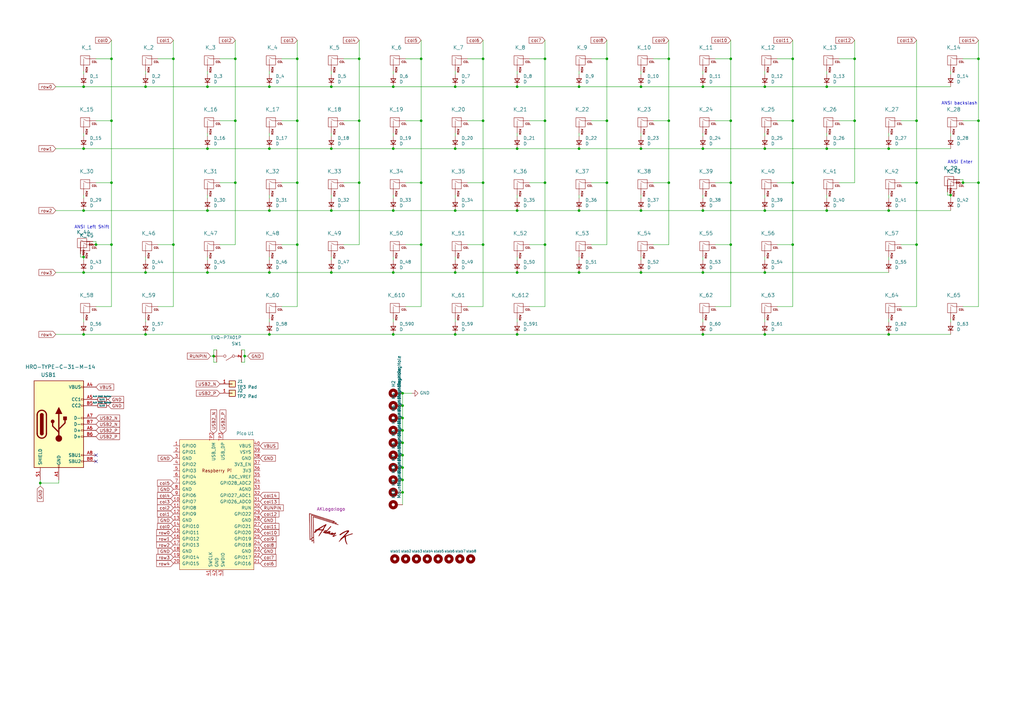
<source format=kicad_sch>
(kicad_sch (version 20211123) (generator eeschema)
  (paper "A3")
  (junction (at 85.09 111.76))
  (junction (at 401.32 74.93))
  (junction (at 299.72 74.93))
  (junction (at 198.12 74.93))
  (junction (at 172.72 49.53))
  (junction (at 198.12 49.53))
  (junction (at 147.32 74.93))
  (junction (at 313.69 86.36))
  (junction (at 165.1 166.37))
  (junction (at 121.92 24.13))
  (junction (at 59.69 35.56))
  (junction (at 375.92 74.93))
  (junction (at 147.32 24.13))
  (junction (at 121.92 49.53))
  (junction (at 339.09 60.96))
  (junction (at 135.89 86.36))
  (junction (at 198.12 100.33))
  (junction (at 161.29 35.56))
  (junction (at 389.89 80.01))
  (junction (at 339.09 86.36))
  (junction (at 350.52 49.53))
  (junction (at 288.29 60.96))
  (junction (at 237.49 35.56))
  (junction (at 212.09 137.16))
  (junction (at 223.52 100.33))
  (junction (at 375.92 49.53))
  (junction (at 401.32 49.53))
  (junction (at 135.89 111.76))
  (junction (at 288.29 35.56))
  (junction (at 96.52 49.53))
  (junction (at 161.29 111.76))
  (junction (at 186.69 35.56))
  (junction (at 248.92 74.93))
  (junction (at 59.69 111.76))
  (junction (at 165.1 196.85))
  (junction (at 45.72 74.93))
  (junction (at 186.69 60.96))
  (junction (at 299.72 49.53))
  (junction (at 212.09 86.36))
  (junction (at 34.29 86.36))
  (junction (at 135.89 60.96))
  (junction (at 165.1 176.53))
  (junction (at 165.1 171.45))
  (junction (at 110.49 60.96))
  (junction (at 165.1 161.29))
  (junction (at 186.69 86.36))
  (junction (at 172.72 74.93))
  (junction (at 198.12 24.13))
  (junction (at 288.29 111.76))
  (junction (at 161.29 137.16))
  (junction (at 248.92 49.53))
  (junction (at 288.29 137.16))
  (junction (at 299.72 24.13))
  (junction (at 299.72 100.33))
  (junction (at 325.12 24.13))
  (junction (at 401.32 24.13))
  (junction (at 71.12 24.13))
  (junction (at 262.89 111.76))
  (junction (at 34.29 137.16))
  (junction (at 110.49 111.76))
  (junction (at 274.32 24.13))
  (junction (at 110.49 35.56))
  (junction (at 100.33 146.05))
  (junction (at 262.89 60.96))
  (junction (at 262.89 86.36))
  (junction (at 71.12 100.33))
  (junction (at 237.49 60.96))
  (junction (at 364.49 137.16))
  (junction (at 87.63 146.05))
  (junction (at 110.49 137.16))
  (junction (at 223.52 24.13))
  (junction (at 34.29 105.41))
  (junction (at 212.09 35.56))
  (junction (at 85.09 86.36))
  (junction (at 212.09 111.76))
  (junction (at 110.49 86.36))
  (junction (at 34.29 35.56))
  (junction (at 96.52 24.13))
  (junction (at 325.12 74.93))
  (junction (at 262.89 35.56))
  (junction (at 16.51 198.12))
  (junction (at 288.29 86.36))
  (junction (at 223.52 74.93))
  (junction (at 325.12 100.33))
  (junction (at 248.92 24.13))
  (junction (at 172.72 24.13))
  (junction (at 161.29 60.96))
  (junction (at 350.52 24.13))
  (junction (at 165.1 186.69))
  (junction (at 364.49 86.36))
  (junction (at 394.97 74.93))
  (junction (at 237.49 86.36))
  (junction (at 186.69 137.16))
  (junction (at 85.09 60.96))
  (junction (at 339.09 35.56))
  (junction (at 45.72 24.13))
  (junction (at 45.72 100.33))
  (junction (at 34.29 60.96))
  (junction (at 223.52 49.53))
  (junction (at 45.72 49.53))
  (junction (at 313.69 111.76))
  (junction (at 364.49 60.96))
  (junction (at 165.1 181.61))
  (junction (at 325.12 49.53))
  (junction (at 274.32 74.93))
  (junction (at 96.52 74.93))
  (junction (at 135.89 35.56))
  (junction (at 237.49 111.76))
  (junction (at 313.69 137.16))
  (junction (at 165.1 201.93))
  (junction (at 121.92 74.93))
  (junction (at 121.92 100.33))
  (junction (at 165.1 191.77))
  (junction (at 313.69 35.56))
  (junction (at 161.29 86.36))
  (junction (at 59.69 137.16))
  (junction (at 172.72 100.33))
  (junction (at 85.09 35.56))
  (junction (at 39.37 100.33))
  (junction (at 375.92 100.33))
  (junction (at 186.69 111.76))
  (junction (at 274.32 49.53))
  (junction (at 212.09 60.96))
  (junction (at 147.32 49.53))
  (junction (at 313.69 60.96))
  (junction (at 34.29 111.76))
  (no_connect (at 39.37 189.23))
  (no_connect (at 39.37 186.69))
  (wire (pts (xy 110.49 29.21) (xy 110.49 30.48)))
  (wire (pts (xy 350.52 24.13) (xy 350.52 49.53)))
  (wire (pts (xy 96.52 100.33) (xy 96.52 74.93)))
  (wire (pts (xy 34.29 105.41) (xy 34.29 106.68)))
  (wire (pts (xy 223.52 74.93) (xy 223.52 49.53)))
  (wire (pts (xy 99.06 143.51) (xy 100.33 143.51)))
  (wire (pts (xy 110.49 35.56) (xy 135.89 35.56)))
  (wire (pts (xy 288.29 111.76) (xy 313.69 111.76)))
  (wire (pts (xy 293.37 74.93) (xy 299.72 74.93)))
  (wire (pts (xy 22.86 137.16) (xy 34.29 137.16)))
  (wire (pts (xy 59.69 105.41) (xy 59.69 106.68)))
  (wire (pts (xy 115.57 24.13) (xy 121.92 24.13)))
  (wire (pts (xy 248.92 74.93) (xy 248.92 49.53)))
  (wire (pts (xy 369.57 100.33) (xy 375.92 100.33)))
  (wire (pts (xy 110.49 86.36) (xy 135.89 86.36)))
  (wire (pts (xy 166.37 125.73) (xy 172.72 125.73)))
  (wire (pts (xy 115.57 49.53) (xy 121.92 49.53)))
  (wire (pts (xy 248.92 100.33) (xy 248.92 74.93)))
  (wire (pts (xy 242.57 100.33) (xy 248.92 100.33)))
  (wire (pts (xy 96.52 24.13) (xy 96.52 49.53)))
  (wire (pts (xy 318.77 49.53) (xy 325.12 49.53)))
  (wire (pts (xy 401.32 24.13) (xy 401.32 49.53)))
  (wire (pts (xy 394.97 125.73) (xy 401.32 125.73)))
  (wire (pts (xy 364.49 86.36) (xy 389.89 86.36)))
  (wire (pts (xy 85.09 54.61) (xy 85.09 55.88)))
  (wire (pts (xy 288.29 35.56) (xy 313.69 35.56)))
  (wire (pts (xy 110.49 54.61) (xy 110.49 55.88)))
  (wire (pts (xy 212.09 60.96) (xy 237.49 60.96)))
  (wire (pts (xy 34.29 35.56) (xy 59.69 35.56)))
  (wire (pts (xy 96.52 16.51) (xy 96.52 24.13)))
  (wire (pts (xy 262.89 54.61) (xy 262.89 55.88)))
  (wire (pts (xy 87.63 146.05) (xy 87.63 143.51)))
  (wire (pts (xy 274.32 24.13) (xy 274.32 49.53)))
  (wire (pts (xy 339.09 80.01) (xy 339.09 81.28)))
  (wire (pts (xy 288.29 60.96) (xy 313.69 60.96)))
  (wire (pts (xy 394.97 73.66) (xy 394.97 74.93)))
  (wire (pts (xy 198.12 125.73) (xy 198.12 100.33)))
  (wire (pts (xy 237.49 105.41) (xy 237.49 106.68)))
  (wire (pts (xy 186.69 54.61) (xy 186.69 55.88)))
  (wire (pts (xy 110.49 80.01) (xy 110.49 81.28)))
  (wire (pts (xy 364.49 105.41) (xy 364.49 106.68)))
  (wire (pts (xy 22.86 35.56) (xy 34.29 35.56)))
  (wire (pts (xy 39.37 100.33) (xy 39.37 99.06)))
  (wire (pts (xy 165.1 191.77) (xy 165.1 186.69)))
  (wire (pts (xy 22.86 60.96) (xy 34.29 60.96)))
  (wire (pts (xy 140.97 74.93) (xy 147.32 74.93)))
  (wire (pts (xy 161.29 54.61) (xy 161.29 55.88)))
  (wire (pts (xy 262.89 105.41) (xy 262.89 106.68)))
  (wire (pts (xy 389.89 80.01) (xy 389.89 81.28)))
  (wire (pts (xy 64.77 24.13) (xy 71.12 24.13)))
  (wire (pts (xy 339.09 86.36) (xy 364.49 86.36)))
  (wire (pts (xy 45.72 100.33) (xy 45.72 74.93)))
  (wire (pts (xy 267.97 74.93) (xy 274.32 74.93)))
  (wire (pts (xy 325.12 74.93) (xy 325.12 49.53)))
  (wire (pts (xy 191.77 49.53) (xy 198.12 49.53)))
  (wire (pts (xy 401.32 16.51) (xy 401.32 24.13)))
  (wire (pts (xy 313.69 137.16) (xy 364.49 137.16)))
  (wire (pts (xy 389.89 80.01) (xy 388.62 80.01)))
  (wire (pts (xy 34.29 137.16) (xy 59.69 137.16)))
  (wire (pts (xy 172.72 24.13) (xy 172.72 49.53)))
  (wire (pts (xy 147.32 24.13) (xy 147.32 49.53)))
  (wire (pts (xy 313.69 130.81) (xy 313.69 132.08)))
  (wire (pts (xy 318.77 100.33) (xy 325.12 100.33)))
  (wire (pts (xy 339.09 54.61) (xy 339.09 55.88)))
  (wire (pts (xy 364.49 80.01) (xy 364.49 81.28)))
  (wire (pts (xy 165.1 161.29) (xy 168.91 161.29)))
  (wire (pts (xy 288.29 29.21) (xy 288.29 30.48)))
  (wire (pts (xy 59.69 35.56) (xy 85.09 35.56)))
  (wire (pts (xy 325.12 100.33) (xy 325.12 74.93)))
  (wire (pts (xy 16.51 198.12) (xy 24.13 198.12)))
  (wire (pts (xy 325.12 16.51) (xy 325.12 24.13)))
  (wire (pts (xy 318.77 24.13) (xy 325.12 24.13)))
  (wire (pts (xy 212.09 54.61) (xy 212.09 55.88)))
  (wire (pts (xy 34.29 111.76) (xy 59.69 111.76)))
  (wire (pts (xy 45.72 125.73) (xy 45.72 100.33)))
  (wire (pts (xy 350.52 74.93) (xy 350.52 49.53)))
  (wire (pts (xy 288.29 54.61) (xy 288.29 55.88)))
  (wire (pts (xy 394.97 24.13) (xy 401.32 24.13)))
  (wire (pts (xy 212.09 111.76) (xy 237.49 111.76)))
  (wire (pts (xy 288.29 137.16) (xy 313.69 137.16)))
  (wire (pts (xy 110.49 105.41) (xy 110.49 106.68)))
  (wire (pts (xy 212.09 105.41) (xy 212.09 106.68)))
  (wire (pts (xy 165.1 166.37) (xy 165.1 161.29)))
  (wire (pts (xy 242.57 49.53) (xy 248.92 49.53)))
  (wire (pts (xy 217.17 74.93) (xy 223.52 74.93)))
  (wire (pts (xy 198.12 24.13) (xy 198.12 49.53)))
  (wire (pts (xy 212.09 29.21) (xy 212.09 30.48)))
  (wire (pts (xy 121.92 24.13) (xy 121.92 49.53)))
  (wire (pts (xy 87.63 146.05) (xy 87.63 148.59)))
  (wire (pts (xy 267.97 49.53) (xy 274.32 49.53)))
  (wire (pts (xy 339.09 35.56) (xy 389.89 35.56)))
  (wire (pts (xy 39.37 24.13) (xy 45.72 24.13)))
  (wire (pts (xy 140.97 24.13) (xy 147.32 24.13)))
  (wire (pts (xy 85.09 60.96) (xy 110.49 60.96)))
  (wire (pts (xy 147.32 100.33) (xy 147.32 74.93)))
  (wire (pts (xy 39.37 100.33) (xy 45.72 100.33)))
  (wire (pts (xy 237.49 86.36) (xy 262.89 86.36)))
  (wire (pts (xy 135.89 111.76) (xy 161.29 111.76)))
  (wire (pts (xy 242.57 74.93) (xy 248.92 74.93)))
  (wire (pts (xy 299.72 24.13) (xy 299.72 49.53)))
  (wire (pts (xy 369.57 49.53) (xy 375.92 49.53)))
  (wire (pts (xy 389.89 54.61) (xy 389.89 55.88)))
  (wire (pts (xy 16.51 198.12) (xy 16.51 196.85)))
  (wire (pts (xy 135.89 29.21) (xy 135.89 30.48)))
  (wire (pts (xy 313.69 29.21) (xy 313.69 30.48)))
  (wire (pts (xy 85.09 86.36) (xy 110.49 86.36)))
  (wire (pts (xy 121.92 125.73) (xy 121.92 100.33)))
  (wire (pts (xy 267.97 100.33) (xy 274.32 100.33)))
  (wire (pts (xy 288.29 86.36) (xy 313.69 86.36)))
  (wire (pts (xy 325.12 125.73) (xy 325.12 100.33)))
  (wire (pts (xy 274.32 74.93) (xy 274.32 49.53)))
  (wire (pts (xy 274.32 16.51) (xy 274.32 24.13)))
  (wire (pts (xy 165.1 186.69) (xy 165.1 181.61)))
  (wire (pts (xy 110.49 137.16) (xy 161.29 137.16)))
  (wire (pts (xy 90.17 100.33) (xy 96.52 100.33)))
  (wire (pts (xy 121.92 100.33) (xy 121.92 74.93)))
  (wire (pts (xy 161.29 29.21) (xy 161.29 30.48)))
  (wire (pts (xy 299.72 16.51) (xy 299.72 24.13)))
  (wire (pts (xy 242.57 24.13) (xy 248.92 24.13)))
  (wire (pts (xy 34.29 130.81) (xy 34.29 132.08)))
  (wire (pts (xy 186.69 80.01) (xy 186.69 81.28)))
  (wire (pts (xy 24.13 198.12) (xy 24.13 196.85)))
  (wire (pts (xy 313.69 54.61) (xy 313.69 55.88)))
  (wire (pts (xy 165.1 176.53) (xy 165.1 171.45)))
  (wire (pts (xy 293.37 24.13) (xy 299.72 24.13)))
  (wire (pts (xy 237.49 35.56) (xy 262.89 35.56)))
  (wire (pts (xy 393.7 73.66) (xy 394.97 73.66)))
  (wire (pts (xy 186.69 86.36) (xy 212.09 86.36)))
  (wire (pts (xy 101.6 146.05) (xy 100.33 146.05)))
  (wire (pts (xy 191.77 24.13) (xy 198.12 24.13)))
  (wire (pts (xy 161.29 60.96) (xy 186.69 60.96)))
  (wire (pts (xy 135.89 54.61) (xy 135.89 55.88)))
  (wire (pts (xy 262.89 29.21) (xy 262.89 30.48)))
  (wire (pts (xy 166.37 24.13) (xy 172.72 24.13)))
  (wire (pts (xy 293.37 125.73) (xy 299.72 125.73)))
  (wire (pts (xy 147.32 74.93) (xy 147.32 49.53)))
  (wire (pts (xy 248.92 24.13) (xy 248.92 49.53)))
  (wire (pts (xy 100.33 146.05) (xy 100.33 148.59)))
  (wire (pts (xy 39.37 49.53) (xy 45.72 49.53)))
  (wire (pts (xy 237.49 29.21) (xy 237.49 30.48)))
  (wire (pts (xy 140.97 100.33) (xy 147.32 100.33)))
  (wire (pts (xy 147.32 16.51) (xy 147.32 24.13)))
  (wire (pts (xy 394.97 74.93) (xy 401.32 74.93)))
  (wire (pts (xy 161.29 132.08) (xy 161.29 130.81)))
  (wire (pts (xy 318.77 74.93) (xy 325.12 74.93)))
  (wire (pts (xy 135.89 86.36) (xy 161.29 86.36)))
  (wire (pts (xy 262.89 60.96) (xy 288.29 60.96)))
  (wire (pts (xy 85.09 80.01) (xy 85.09 81.28)))
  (wire (pts (xy 64.77 100.33) (xy 71.12 100.33)))
  (wire (pts (xy 191.77 100.33) (xy 198.12 100.33)))
  (wire (pts (xy 34.29 60.96) (xy 85.09 60.96)))
  (wire (pts (xy 375.92 16.51) (xy 375.92 49.53)))
  (wire (pts (xy 223.52 125.73) (xy 223.52 100.33)))
  (wire (pts (xy 313.69 35.56) (xy 339.09 35.56)))
  (wire (pts (xy 34.29 29.21) (xy 34.29 30.48)))
  (wire (pts (xy 191.77 74.93) (xy 198.12 74.93)))
  (wire (pts (xy 34.29 80.01) (xy 34.29 81.28)))
  (wire (pts (xy 110.49 111.76) (xy 135.89 111.76)))
  (wire (pts (xy 375.92 74.93) (xy 375.92 49.53)))
  (wire (pts (xy 344.17 74.93) (xy 350.52 74.93)))
  (wire (pts (xy 212.09 86.36) (xy 237.49 86.36)))
  (wire (pts (xy 198.12 100.33) (xy 198.12 74.93)))
  (wire (pts (xy 212.09 35.56) (xy 237.49 35.56)))
  (wire (pts (xy 186.69 105.41) (xy 186.69 106.68)))
  (wire (pts (xy 186.69 60.96) (xy 212.09 60.96)))
  (wire (pts (xy 59.69 29.21) (xy 59.69 30.48)))
  (wire (pts (xy 85.09 35.56) (xy 110.49 35.56)))
  (wire (pts (xy 90.17 24.13) (xy 96.52 24.13)))
  (wire (pts (xy 191.77 125.73) (xy 198.12 125.73)))
  (wire (pts (xy 96.52 74.93) (xy 96.52 49.53)))
  (wire (pts (xy 262.89 111.76) (xy 288.29 111.76)))
  (wire (pts (xy 90.17 49.53) (xy 96.52 49.53)))
  (wire (pts (xy 115.57 74.93) (xy 121.92 74.93)))
  (wire (pts (xy 166.37 100.33) (xy 172.72 100.33)))
  (wire (pts (xy 161.29 86.36) (xy 186.69 86.36)))
  (wire (pts (xy 85.09 29.21) (xy 85.09 30.48)))
  (wire (pts (xy 140.97 49.53) (xy 147.32 49.53)))
  (wire (pts (xy 39.37 125.73) (xy 45.72 125.73)))
  (wire (pts (xy 33.02 105.41) (xy 33.02 104.14)))
  (wire (pts (xy 100.33 143.51) (xy 100.33 146.05)))
  (wire (pts (xy 369.57 125.73) (xy 375.92 125.73)))
  (wire (pts (xy 223.52 16.51) (xy 223.52 24.13)))
  (wire (pts (xy 339.09 29.21) (xy 339.09 30.48)))
  (wire (pts (xy 71.12 125.73) (xy 71.12 100.33)))
  (wire (pts (xy 394.97 49.53) (xy 401.32 49.53)))
  (wire (pts (xy 45.72 74.93) (xy 45.72 49.53)))
  (wire (pts (xy 262.89 86.36) (xy 288.29 86.36)))
  (wire (pts (xy 325.12 24.13) (xy 325.12 49.53)))
  (wire (pts (xy 34.29 54.61) (xy 34.29 55.88)))
  (wire (pts (xy 135.89 60.96) (xy 161.29 60.96)))
  (wire (pts (xy 364.49 60.96) (xy 389.89 60.96)))
  (wire (pts (xy 364.49 54.61) (xy 364.49 55.88)))
  (wire (pts (xy 165.1 171.45) (xy 165.1 166.37)))
  (wire (pts (xy 223.52 24.13) (xy 223.52 49.53)))
  (wire (pts (xy 313.69 60.96) (xy 339.09 60.96)))
  (wire (pts (xy 85.09 105.41) (xy 85.09 106.68)))
  (wire (pts (xy 86.36 146.05) (xy 87.63 146.05)))
  (wire (pts (xy 172.72 125.73) (xy 172.72 100.33)))
  (wire (pts (xy 135.89 105.41) (xy 135.89 106.68)))
  (wire (pts (xy 110.49 60.96) (xy 135.89 60.96)))
  (wire (pts (xy 223.52 100.33) (xy 223.52 74.93)))
  (wire (pts (xy 135.89 80.01) (xy 135.89 81.28)))
  (wire (pts (xy 186.69 29.21) (xy 186.69 30.48)))
  (wire (pts (xy 288.29 130.81) (xy 288.29 132.08)))
  (wire (pts (xy 39.37 74.93) (xy 45.72 74.93)))
  (wire (pts (xy 344.17 24.13) (xy 350.52 24.13)))
  (wire (pts (xy 34.29 86.36) (xy 85.09 86.36)))
  (wire (pts (xy 198.12 16.51) (xy 198.12 24.13)))
  (wire (pts (xy 237.49 80.01) (xy 237.49 81.28)))
  (wire (pts (xy 313.69 111.76) (xy 364.49 111.76)))
  (wire (pts (xy 39.37 99.06) (xy 38.1 99.06)))
  (wire (pts (xy 172.72 74.93) (xy 172.72 49.53)))
  (wire (pts (xy 99.06 148.59) (xy 100.33 148.59)))
  (wire (pts (xy 237.49 54.61) (xy 237.49 55.88)))
  (wire (pts (xy 161.29 35.56) (xy 186.69 35.56)))
  (wire (pts (xy 389.89 29.21) (xy 389.89 30.48)))
  (wire (pts (xy 212.09 137.16) (xy 288.29 137.16)))
  (wire (pts (xy 165.1 196.85) (xy 165.1 191.77)))
  (wire (pts (xy 217.17 125.73) (xy 223.52 125.73)))
  (wire (pts (xy 115.57 100.33) (xy 121.92 100.33)))
  (wire (pts (xy 172.72 100.33) (xy 172.72 74.93)))
  (wire (pts (xy 344.17 49.53) (xy 350.52 49.53)))
  (wire (pts (xy 22.86 86.36) (xy 34.29 86.36)))
  (wire (pts (xy 165.1 201.93) (xy 165.1 196.85)))
  (wire (pts (xy 64.77 125.73) (xy 71.12 125.73)))
  (wire (pts (xy 212.09 80.01) (xy 212.09 81.28)))
  (wire (pts (xy 166.37 49.53) (xy 172.72 49.53)))
  (wire (pts (xy 313.69 86.36) (xy 339.09 86.36)))
  (wire (pts (xy 299.72 125.73) (xy 299.72 100.33)))
  (wire (pts (xy 299.72 100.33) (xy 299.72 74.93)))
  (wire (pts (xy 262.89 80.01) (xy 262.89 81.28)))
  (wire (pts (xy 217.17 100.33) (xy 223.52 100.33)))
  (wire (pts (xy 198.12 74.93) (xy 198.12 49.53)))
  (wire (pts (xy 293.37 49.53) (xy 299.72 49.53)))
  (wire (pts (xy 34.29 105.41) (xy 33.02 105.41)))
  (wire (pts (xy 262.89 35.56) (xy 288.29 35.56)))
  (wire (pts (xy 364.49 130.81) (xy 364.49 132.08)))
  (wire (pts (xy 45.72 16.51) (xy 45.72 24.13)))
  (wire (pts (xy 313.69 80.01) (xy 313.69 81.28)))
  (wire (pts (xy 165.1 207.01) (xy 165.1 201.93)))
  (wire (pts (xy 237.49 60.96) (xy 262.89 60.96)))
  (wire (pts (xy 212.09 132.08) (xy 212.09 130.81)))
  (wire (pts (xy 135.89 35.56) (xy 161.29 35.56)))
  (wire (pts (xy 121.92 74.93) (xy 121.92 49.53)))
  (wire (pts (xy 45.72 24.13) (xy 45.72 49.53)))
  (wire (pts (xy 85.09 111.76) (xy 110.49 111.76)))
  (wire (pts (xy 166.37 74.93) (xy 172.72 74.93)))
  (wire (pts (xy 22.86 111.76) (xy 34.29 111.76)))
  (wire (pts (xy 186.69 130.81) (xy 186.69 132.08)))
  (wire (pts (xy 161.29 80.01) (xy 161.29 81.28)))
  (wire (pts (xy 237.49 111.76) (xy 262.89 111.76)))
  (wire (pts (xy 318.77 125.73) (xy 325.12 125.73)))
  (wire (pts (xy 293.37 100.33) (xy 299.72 100.33)))
  (wire (pts (xy 16.51 199.39) (xy 16.51 198.12)))
  (wire (pts (xy 288.29 105.41) (xy 288.29 106.68)))
  (wire (pts (xy 350.52 16.51) (xy 350.52 24.13)))
  (wire (pts (xy 388.62 80.01) (xy 388.62 78.74)))
  (wire (pts (xy 87.63 148.59) (xy 88.9 148.59)))
  (wire (pts (xy 299.72 74.93) (xy 299.72 49.53)))
  (wire (pts (xy 165.1 181.61) (xy 165.1 176.53)))
  (wire (pts (xy 339.09 60.96) (xy 364.49 60.96)))
  (wire (pts (xy 59.69 111.76) (xy 85.09 111.76)))
  (wire (pts (xy 401.32 125.73) (xy 401.32 74.93)))
  (wire (pts (xy 364.49 137.16) (xy 389.89 137.16)))
  (wire (pts (xy 186.69 35.56) (xy 212.09 35.56)))
  (wire (pts (xy 115.57 125.73) (xy 121.92 125.73)))
  (wire (pts (xy 389.89 130.81) (xy 389.89 132.08)))
  (wire (pts (xy 161.29 105.41) (xy 161.29 106.68)))
  (wire (pts (xy 186.69 137.16) (xy 212.09 137.16)))
  (wire (pts (xy 172.72 16.51) (xy 172.72 24.13)))
  (wire (pts (xy 313.69 105.41) (xy 313.69 106.68)))
  (wire (pts (xy 375.92 100.33) (xy 375.92 74.93)))
  (wire (pts (xy 71.12 16.51) (xy 71.12 24.13)))
  (wire (pts (xy 110.49 130.81) (xy 110.49 132.08)))
  (wire (pts (xy 401.32 49.53) (xy 401.32 74.93)))
  (wire (pts (xy 59.69 130.81) (xy 59.69 132.08)))
  (wire (pts (xy 90.17 74.93) (xy 96.52 74.93)))
  (wire (pts (xy 217.17 24.13) (xy 223.52 24.13)))
  (wire (pts (xy 375.92 125.73) (xy 375.92 100.33)))
  (wire (pts (xy 369.57 74.93) (xy 375.92 74.93)))
  (wire (pts (xy 186.69 111.76) (xy 212.09 111.76)))
  (wire (pts (xy 274.32 100.33) (xy 274.32 74.93)))
  (wire (pts (xy 121.92 16.51) (xy 121.92 24.13)))
  (wire (pts (xy 248.92 16.51) (xy 248.92 24.13)))
  (wire (pts (xy 161.29 111.76) (xy 186.69 111.76)))
  (wire (pts (xy 288.29 80.01) (xy 288.29 81.28)))
  (wire (pts (xy 87.63 143.51) (xy 88.9 143.51)))
  (wire (pts (xy 71.12 24.13) (xy 71.12 100.33)))
  (wire (pts (xy 59.69 137.16) (xy 110.49 137.16)))
  (wire (pts (xy 161.29 137.16) (xy 186.69 137.16)))
  (wire (pts (xy 267.97 24.13) (xy 274.32 24.13)))
  (wire (pts (xy 217.17 49.53) (xy 223.52 49.53)))
  (text "ANSI Left Shift" (at 30.48 93.98 0) (effects (font (size 1.27 1.27)) (justify left bottom)))
  (text "ANSI backslash" (at 386.08 43.18 0) (effects (font (size 1.27 1.27)) (justify left bottom)))
  (text "ANSI Enter" (at 388.62 67.31 0) (effects (font (size 1.27 1.27)) (justify left bottom)))
  (global_label "col1" (shape input) (at 71.12 16.51 180) (property "Intersheet References" "${INTERSHEET_REFS}" (effects hide)))
  (global_label "col2" (shape input) (at 71.12 208.28 180) (property "Intersheet References" "${INTERSHEET_REFS}" (effects hide)))
  (global_label "row3" (shape input) (at 71.12 228.6 180) (property "Intersheet References" "${INTERSHEET_REFS}" (effects hide)))
  (global_label "col13" (shape input) (at 375.92 16.51 180) (property "Intersheet References" "${INTERSHEET_REFS}" (effects hide)))
  (global_label "col12" (shape input) (at 106.68 210.82 0) (property "Intersheet References" "${INTERSHEET_REFS}" (effects hide)))
  (global_label "GND" (shape input) (at 44.45 166.37 0) (property "Intersheet References" "${INTERSHEET_REFS}" (effects hide)))
  (global_label "col4" (shape input) (at 71.12 203.2 180) (property "Intersheet References" "${INTERSHEET_REFS}" (effects hide)))
  (global_label "USB2_P" (shape input) (at 39.37 179.07 0) (property "Intersheet References" "${INTERSHEET_REFS}" (effects hide)))
  (global_label "col9" (shape input) (at 274.32 16.51 180) (property "Intersheet References" "${INTERSHEET_REFS}" (effects hide)))
  (global_label "RUNPIN" (shape input) (at 106.68 208.28 0) (property "Intersheet References" "${INTERSHEET_REFS}" (effects hide)))
  (global_label "row2" (shape input) (at 22.86 86.36 180) (property "Intersheet References" "${INTERSHEET_REFS}" (effects hide)))
  (global_label "row2" (shape input) (at 71.12 223.52 180) (property "Intersheet References" "${INTERSHEET_REFS}" (effects hide)))
  (global_label "col8" (shape input) (at 106.68 223.52 0) (property "Intersheet References" "${INTERSHEET_REFS}" (effects hide)))
  (global_label "RUNPIN" (shape input) (at 86.36 146.05 180) (property "Intersheet References" "${INTERSHEET_REFS}" (effects hide)))
  (global_label "col6" (shape input) (at 106.68 231.14 0) (property "Intersheet References" "${INTERSHEET_REFS}" (effects hide)))
  (global_label "GND" (shape input) (at 44.45 163.83 0) (property "Intersheet References" "${INTERSHEET_REFS}" (effects hide)))
  (global_label "col5" (shape input) (at 172.72 16.51 180) (property "Intersheet References" "${INTERSHEET_REFS}" (effects hide)))
  (global_label "row0" (shape input) (at 22.86 35.56 180) (property "Intersheet References" "${INTERSHEET_REFS}" (effects hide)))
  (global_label "USB2_N" (shape input) (at 39.37 171.45 0) (property "Intersheet References" "${INTERSHEET_REFS}" (effects hide)))
  (global_label "col10" (shape input) (at 299.72 16.51 180) (property "Intersheet References" "${INTERSHEET_REFS}" (effects hide)))
  (global_label "GND" (shape input) (at 71.12 187.96 180) (property "Intersheet References" "${INTERSHEET_REFS}" (effects hide)))
  (global_label "row3" (shape input) (at 22.86 111.76 180) (property "Intersheet References" "${INTERSHEET_REFS}" (effects hide)))
  (global_label "row1" (shape input) (at 71.12 220.98 180) (property "Intersheet References" "${INTERSHEET_REFS}" (effects hide)))
  (global_label "col9" (shape input) (at 106.68 220.98 0) (property "Intersheet References" "${INTERSHEET_REFS}" (effects hide)))
  (global_label "GND" (shape input) (at 101.6 146.05 0) (property "Intersheet References" "${INTERSHEET_REFS}" (effects hide)))
  (global_label "row4" (shape input) (at 22.86 137.16 180) (property "Intersheet References" "${INTERSHEET_REFS}" (effects hide)))
  (global_label "row4" (shape input) (at 71.12 231.14 180) (property "Intersheet References" "${INTERSHEET_REFS}" (effects hide)))
  (global_label "col4" (shape input) (at 147.32 16.51 180) (property "Intersheet References" "${INTERSHEET_REFS}" (effects hide)))
  (global_label "col10" (shape input) (at 106.68 218.44 0) (property "Intersheet References" "${INTERSHEET_REFS}" (effects hide)))
  (global_label "GND" (shape input) (at 106.68 187.96 0) (property "Intersheet References" "${INTERSHEET_REFS}" (effects hide)))
  (global_label "col11" (shape input) (at 325.12 16.51 180) (property "Intersheet References" "${INTERSHEET_REFS}" (effects hide)))
  (global_label "VBUS" (shape input) (at 39.37 158.75 0) (property "Intersheet References" "${INTERSHEET_REFS}" (effects hide)))
  (global_label "col7" (shape input) (at 223.52 16.51 180) (property "Intersheet References" "${INTERSHEET_REFS}" (effects hide)))
  (global_label "col12" (shape input) (at 350.52 16.51 180) (property "Intersheet References" "${INTERSHEET_REFS}" (effects hide)))
  (global_label "col3" (shape input) (at 71.12 205.74 180) (property "Intersheet References" "${INTERSHEET_REFS}" (effects hide)))
  (global_label "GND" (shape input) (at 106.68 213.36 0) (property "Intersheet References" "${INTERSHEET_REFS}" (effects hide)))
  (global_label "col14" (shape input) (at 106.68 203.2 0) (property "Intersheet References" "${INTERSHEET_REFS}" (effects hide)))
  (global_label "row0" (shape input) (at 71.12 218.44 180) (property "Intersheet References" "${INTERSHEET_REFS}" (effects hide)))
  (global_label "USB2_P" (shape input) (at 90.17 161.29 180) (property "Intersheet References" "${INTERSHEET_REFS}" (effects hide)))
  (global_label "GND" (shape input) (at 71.12 213.36 180) (property "Intersheet References" "${INTERSHEET_REFS}" (effects hide)))
  (global_label "USB2_P" (shape input) (at 91.44 177.8 90) (property "Intersheet References" "${INTERSHEET_REFS}" (effects hide)))
  (global_label "GND" (shape input) (at 71.12 200.66 180) (property "Intersheet References" "${INTERSHEET_REFS}" (effects hide)))
  (global_label "GND" (shape input) (at 71.12 226.06 180) (property "Intersheet References" "${INTERSHEET_REFS}" (effects hide)))
  (global_label "GND" (shape input) (at 106.68 226.06 0) (property "Intersheet References" "${INTERSHEET_REFS}" (effects hide)))
  (global_label "USB2_N" (shape input) (at 39.37 173.99 0) (property "Intersheet References" "${INTERSHEET_REFS}" (effects hide)))
  (global_label "USB2_N" (shape input) (at 90.17 157.48 180) (property "Intersheet References" "${INTERSHEET_REFS}" (effects hide)))
  (global_label "col5" (shape input) (at 71.12 198.12 180) (property "Intersheet References" "${INTERSHEET_REFS}" (effects hide)))
  (global_label "col0" (shape input) (at 71.12 215.9 180) (property "Intersheet References" "${INTERSHEET_REFS}" (effects hide)))
  (global_label "col3" (shape input) (at 121.92 16.51 180) (property "Intersheet References" "${INTERSHEET_REFS}" (effects hide)))
  (global_label "col7" (shape input) (at 106.68 228.6 0) (property "Intersheet References" "${INTERSHEET_REFS}" (effects hide)))
  (global_label "col13" (shape input) (at 106.68 205.74 0) (property "Intersheet References" "${INTERSHEET_REFS}" (effects hide)))
  (global_label "col1" (shape input) (at 71.12 210.82 180) (property "Intersheet References" "${INTERSHEET_REFS}" (effects hide)))
  (global_label "col6" (shape input) (at 198.12 16.51 180) (property "Intersheet References" "${INTERSHEET_REFS}" (effects hide)))
  (global_label "row1" (shape input) (at 22.86 60.96 180) (property "Intersheet References" "${INTERSHEET_REFS}" (effects hide)))
  (global_label "col0" (shape input) (at 45.72 16.51 180) (property "Intersheet References" "${INTERSHEET_REFS}" (effects hide)))
  (global_label "col2" (shape input) (at 96.52 16.51 180) (property "Intersheet References" "${INTERSHEET_REFS}" (effects hide)))
  (global_label "col11" (shape input) (at 106.68 215.9 0) (property "Intersheet References" "${INTERSHEET_REFS}" (effects hide)))
  (global_label "USB2_P" (shape input) (at 39.37 176.53 0) (property "Intersheet References" "${INTERSHEET_REFS}" (effects hide)))
  (global_label "USB2_N" (shape input) (at 87.63 177.8 90) (property "Intersheet References" "${INTERSHEET_REFS}" (effects hide)))
  (global_label "col8" (shape input) (at 248.92 16.51 180) (property "Intersheet References" "${INTERSHEET_REFS}" (effects hide)))
  (global_label "VBUS" (shape input) (at 106.68 182.88 0) (property "Intersheet References" "${INTERSHEET_REFS}" (effects hide)))
  (global_label "GND" (shape input) (at 16.51 199.39 270) (property "Intersheet References" "${INTERSHEET_REFS}" (effects hide)))
  (global_label "col14" (shape input) (at 401.32 16.51 180) (property "Intersheet References" "${INTERSHEET_REFS}" (effects hide)))
  (symbol (lib_id "MX_Alps_Hybrid:MX-NoLED") (at 35.56 25.4 0) (unit 1)
    (property "Reference" "K_1" (at 35.56 19.4818 0) (effects (font (size 1.524 1.524))))
    (property "Value" "KEYSW" (effects hide))
    (property "Footprint" "MX_Only:MXOnly-1U-NoLED" (effects hide))
  )
  (symbol (lib_id "Device:D_Small") (at 59.69 33.02 90) (unit 1)
    (property "Reference" "D_2" (at 62.23 31.242 90) (effects (justify right)))
    (property "Value" "D" (at 62.23 33.528 90) (effects (justify right)))
    (property "Footprint" "Diode_THT:D_DO-35_SOD27_P7.62mm_Horizontal" (effects hide))
  )
  (symbol (lib_id "MX_Alps_Hybrid:MX-NoLED") (at 60.96 25.4 0) (unit 1)
    (property "Reference" "K_2" (at 60.96 19.4818 0) (effects (font (size 1.524 1.524))))
    (property "Value" "KEYSW" (effects hide))
    (property "Footprint" "MX_Only:MXOnly-1U-NoLED" (effects hide))
  )
  (symbol (lib_id "Device:D_Small") (at 85.09 33.02 90) (unit 1)
    (property "Reference" "D_3" (at 87.63 31.242 90) (effects (justify right)))
    (property "Value" "D" (at 87.63 33.528 90) (effects (justify right)))
    (property "Footprint" "Diode_THT:D_DO-35_SOD27_P7.62mm_Horizontal" (effects hide))
  )
  (symbol (lib_id "MX_Alps_Hybrid:MX-NoLED") (at 86.36 25.4 0) (unit 1)
    (property "Reference" "K_3" (at 86.36 19.4818 0) (effects (font (size 1.524 1.524))))
    (property "Value" "KEYSW" (effects hide))
    (property "Footprint" "MX_Only:MXOnly-1U-NoLED" (effects hide))
  )
  (symbol (lib_id "Device:D_Small") (at 110.49 33.02 90) (unit 1)
    (property "Reference" "D_4" (at 113.03 31.242 90) (effects (justify right)))
    (property "Value" "D" (at 113.03 33.528 90) (effects (justify right)))
    (property "Footprint" "Diode_THT:D_DO-35_SOD27_P7.62mm_Horizontal" (effects hide))
  )
  (symbol (lib_id "MX_Alps_Hybrid:MX-NoLED") (at 111.76 25.4 0) (unit 1)
    (property "Reference" "K_4" (at 111.76 19.4818 0) (effects (font (size 1.524 1.524))))
    (property "Value" "KEYSW" (effects hide))
    (property "Footprint" "MX_Only:MXOnly-1U-NoLED" (effects hide))
  )
  (symbol (lib_id "Device:D_Small") (at 135.89 33.02 90) (unit 1)
    (property "Reference" "D_5" (at 138.43 31.242 90) (effects (justify right)))
    (property "Value" "D" (at 138.43 33.528 90) (effects (justify right)))
    (property "Footprint" "Diode_THT:D_DO-35_SOD27_P7.62mm_Horizontal" (effects hide))
  )
  (symbol (lib_id "MX_Alps_Hybrid:MX-NoLED") (at 137.16 25.4 0) (unit 1)
    (property "Reference" "K_5" (at 137.16 19.4818 0) (effects (font (size 1.524 1.524))))
    (property "Value" "KEYSW" (effects hide))
    (property "Footprint" "MX_Only:MXOnly-1U-NoLED" (effects hide))
  )
  (symbol (lib_id "Device:D_Small") (at 161.29 33.02 90) (unit 1)
    (property "Reference" "D_6" (at 163.83 31.242 90) (effects (justify right)))
    (property "Value" "D" (at 163.83 33.528 90) (effects (justify right)))
    (property "Footprint" "Diode_THT:D_DO-35_SOD27_P7.62mm_Horizontal" (effects hide))
  )
  (symbol (lib_id "MX_Alps_Hybrid:MX-NoLED") (at 162.56 25.4 0) (unit 1)
    (property "Reference" "K_6" (at 162.56 19.4818 0) (effects (font (size 1.524 1.524))))
    (property "Value" "KEYSW" (effects hide))
    (property "Footprint" "MX_Only:MXOnly-1U-NoLED" (effects hide))
  )
  (symbol (lib_id "Device:D_Small") (at 186.69 33.02 90) (unit 1)
    (property "Reference" "D_7" (at 189.23 31.242 90) (effects (justify right)))
    (property "Value" "D" (at 189.23 33.528 90) (effects (justify right)))
    (property "Footprint" "Diode_THT:D_DO-35_SOD27_P7.62mm_Horizontal" (effects hide))
  )
  (symbol (lib_id "MX_Alps_Hybrid:MX-NoLED") (at 187.96 25.4 0) (unit 1)
    (property "Reference" "K_7" (at 187.96 19.4818 0) (effects (font (size 1.524 1.524))))
    (property "Value" "KEYSW" (effects hide))
    (property "Footprint" "MX_Only:MXOnly-1U-NoLED" (effects hide))
  )
  (symbol (lib_id "Device:D_Small") (at 212.09 33.02 90) (unit 1)
    (property "Reference" "D_8" (at 214.63 31.242 90) (effects (justify right)))
    (property "Value" "D" (at 214.63 33.528 90) (effects (justify right)))
    (property "Footprint" "Diode_THT:D_DO-35_SOD27_P7.62mm_Horizontal" (effects hide))
  )
  (symbol (lib_id "MX_Alps_Hybrid:MX-NoLED") (at 213.36 25.4 0) (unit 1)
    (property "Reference" "K_8" (at 213.36 19.4818 0) (effects (font (size 1.524 1.524))))
    (property "Value" "KEYSW" (effects hide))
    (property "Footprint" "MX_Only:MXOnly-1U-NoLED" (effects hide))
  )
  (symbol (lib_id "Device:D_Small") (at 237.49 33.02 90) (unit 1)
    (property "Reference" "D_9" (at 240.03 31.242 90) (effects (justify right)))
    (property "Value" "D" (at 240.03 33.528 90) (effects (justify right)))
    (property "Footprint" "Diode_THT:D_DO-35_SOD27_P7.62mm_Horizontal" (effects hide))
  )
  (symbol (lib_id "MX_Alps_Hybrid:MX-NoLED") (at 238.76 25.4 0) (unit 1)
    (property "Reference" "K_9" (at 238.76 19.4818 0) (effects (font (size 1.524 1.524))))
    (property "Value" "KEYSW" (effects hide))
    (property "Footprint" "MX_Only:MXOnly-1U-NoLED" (effects hide))
  )
  (symbol (lib_id "Device:D_Small") (at 262.89 33.02 90) (unit 1)
    (property "Reference" "D_10" (at 265.43 31.242 90) (effects (justify right)))
    (property "Value" "D" (at 265.43 33.528 90) (effects (justify right)))
    (property "Footprint" "Diode_THT:D_DO-35_SOD27_P7.62mm_Horizontal" (effects hide))
  )
  (symbol (lib_id "MX_Alps_Hybrid:MX-NoLED") (at 264.16 25.4 0) (unit 1)
    (property "Reference" "K_10" (at 264.16 19.4818 0) (effects (font (size 1.524 1.524))))
    (property "Value" "KEYSW" (effects hide))
    (property "Footprint" "MX_Only:MXOnly-1U-NoLED" (effects hide))
  )
  (symbol (lib_id "Device:D_Small") (at 288.29 33.02 90) (unit 1)
    (property "Reference" "D_11" (at 290.83 31.242 90) (effects (justify right)))
    (property "Value" "D" (at 290.83 33.528 90) (effects (justify right)))
    (property "Footprint" "Diode_THT:D_DO-35_SOD27_P7.62mm_Horizontal" (effects hide))
  )
  (symbol (lib_id "MX_Alps_Hybrid:MX-NoLED") (at 289.56 25.4 0) (unit 1)
    (property "Reference" "K_11" (at 289.56 19.4818 0) (effects (font (size 1.524 1.524))))
    (property "Value" "KEYSW" (effects hide))
    (property "Footprint" "MX_Only:MXOnly-1U-NoLED" (effects hide))
  )
  (symbol (lib_id "Device:D_Small") (at 313.69 33.02 90) (unit 1)
    (property "Reference" "D_12" (at 316.23 31.242 90) (effects (justify right)))
    (property "Value" "D" (at 316.23 33.528 90) (effects (justify right)))
    (property "Footprint" "Diode_THT:D_DO-35_SOD27_P7.62mm_Horizontal" (effects hide))
  )
  (symbol (lib_id "MX_Alps_Hybrid:MX-NoLED") (at 314.96 25.4 0) (unit 1)
    (property "Reference" "K_12" (at 314.96 19.4818 0) (effects (font (size 1.524 1.524))))
    (property "Value" "KEYSW" (effects hide))
    (property "Footprint" "MX_Only:MXOnly-1U-NoLED" (effects hide))
  )
  (symbol (lib_id "Device:D_Small") (at 339.09 33.02 90) (unit 1)
    (property "Reference" "D_13" (at 341.63 31.242 90) (effects (justify right)))
    (property "Value" "D" (at 341.63 33.528 90) (effects (justify right)))
    (property "Footprint" "Diode_THT:D_DO-35_SOD27_P7.62mm_Horizontal" (effects hide))
  )
  (symbol (lib_id "MX_Alps_Hybrid:MX-NoLED") (at 340.36 25.4 0) (unit 1)
    (property "Reference" "K_13" (at 340.36 19.4818 0) (effects (font (size 1.524 1.524))))
    (property "Value" "KEYSW" (effects hide))
    (property "Footprint" "MX_Only:MXOnly-1U-NoLED" (effects hide))
  )
  (symbol (lib_id "Device:D_Small") (at 389.89 33.02 90) (unit 1)
    (property "Reference" "D_14" (at 392.43 31.242 90) (effects (justify right)))
    (property "Value" "D" (at 392.43 33.528 90) (effects (justify right)))
    (property "Footprint" "Diode_THT:D_DO-35_SOD27_P7.62mm_Horizontal" (effects hide))
  )
  (symbol (lib_id "MX_Alps_Hybrid:MX-NoLED") (at 391.16 25.4 0) (unit 1)
    (property "Reference" "K_14" (at 391.16 19.4818 0) (effects (font (size 1.524 1.524))))
    (property "Value" "KEYSW" (effects hide))
    (property "Footprint" "MX_Only:MXOnly-1U-NoLED" (effects hide))
  )
  (symbol (lib_id "Device:D_Small") (at 34.29 58.42 90) (unit 1)
    (property "Reference" "D_15" (at 36.83 56.642 90) (effects (justify right)))
    (property "Value" "D" (at 36.83 58.928 90) (effects (justify right)))
    (property "Footprint" "Diode_THT:D_DO-35_SOD27_P7.62mm_Horizontal" (effects hide))
  )
  (symbol (lib_id "MX_Alps_Hybrid:MX-NoLED") (at 35.56 50.8 0) (unit 1)
    (property "Reference" "K_15" (at 35.56 44.8818 0) (effects (font (size 1.524 1.524))))
    (property "Value" "KEYSW" (effects hide))
    (property "Footprint" "MX_Only:MXOnly-1U-NoLED" (effects hide))
  )
  (symbol (lib_id "Device:D_Small") (at 85.09 58.42 90) (unit 1)
    (property "Reference" "D_16" (at 87.63 56.642 90) (effects (justify right)))
    (property "Value" "D" (at 87.63 58.928 90) (effects (justify right)))
    (property "Footprint" "Diode_THT:D_DO-35_SOD27_P7.62mm_Horizontal" (effects hide))
  )
  (symbol (lib_id "MX_Alps_Hybrid:MX-NoLED") (at 86.36 50.8 0) (unit 1)
    (property "Reference" "K_16" (at 86.36 44.8818 0) (effects (font (size 1.524 1.524))))
    (property "Value" "KEYSW" (effects hide))
    (property "Footprint" "MX_Only:MXOnly-1U-NoLED" (effects hide))
  )
  (symbol (lib_id "Device:D_Small") (at 110.49 58.42 90) (unit 1)
    (property "Reference" "D_17" (at 113.03 56.642 90) (effects (justify right)))
    (property "Value" "D" (at 113.03 58.928 90) (effects (justify right)))
    (property "Footprint" "Diode_THT:D_DO-35_SOD27_P7.62mm_Horizontal" (effects hide))
  )
  (symbol (lib_id "MX_Alps_Hybrid:MX-NoLED") (at 111.76 50.8 0) (unit 1)
    (property "Reference" "K_17" (at 111.76 44.8818 0) (effects (font (size 1.524 1.524))))
    (property "Value" "KEYSW" (effects hide))
    (property "Footprint" "MX_Only:MXOnly-1U-NoLED" (effects hide))
  )
  (symbol (lib_id "Device:D_Small") (at 135.89 58.42 90) (unit 1)
    (property "Reference" "D_18" (at 138.43 56.642 90) (effects (justify right)))
    (property "Value" "D" (at 138.43 58.928 90) (effects (justify right)))
    (property "Footprint" "Diode_THT:D_DO-35_SOD27_P7.62mm_Horizontal" (effects hide))
  )
  (symbol (lib_id "MX_Alps_Hybrid:MX-NoLED") (at 137.16 50.8 0) (unit 1)
    (property "Reference" "K_18" (at 137.16 44.8818 0) (effects (font (size 1.524 1.524))))
    (property "Value" "KEYSW" (effects hide))
    (property "Footprint" "MX_Only:MXOnly-1U-NoLED" (effects hide))
  )
  (symbol (lib_id "Device:D_Small") (at 161.29 58.42 90) (unit 1)
    (property "Reference" "D_19" (at 163.83 56.642 90) (effects (justify right)))
    (property "Value" "D" (at 163.83 58.928 90) (effects (justify right)))
    (property "Footprint" "Diode_THT:D_DO-35_SOD27_P7.62mm_Horizontal" (effects hide))
  )
  (symbol (lib_id "MX_Alps_Hybrid:MX-NoLED") (at 162.56 50.8 0) (unit 1)
    (property "Reference" "K_19" (at 162.56 44.8818 0) (effects (font (size 1.524 1.524))))
    (property "Value" "KEYSW" (effects hide))
    (property "Footprint" "MX_Only:MXOnly-1U-NoLED" (effects hide))
  )
  (symbol (lib_id "Device:D_Small") (at 186.69 58.42 90) (unit 1)
    (property "Reference" "D_20" (at 189.23 56.642 90) (effects (justify right)))
    (property "Value" "D" (at 189.23 58.928 90) (effects (justify right)))
    (property "Footprint" "Diode_THT:D_DO-35_SOD27_P7.62mm_Horizontal" (effects hide))
  )
  (symbol (lib_id "MX_Alps_Hybrid:MX-NoLED") (at 187.96 50.8 0) (unit 1)
    (property "Reference" "K_20" (at 187.96 44.8818 0) (effects (font (size 1.524 1.524))))
    (property "Value" "KEYSW" (effects hide))
    (property "Footprint" "MX_Only:MXOnly-1U-NoLED" (effects hide))
  )
  (symbol (lib_id "Device:D_Small") (at 212.09 58.42 90) (unit 1)
    (property "Reference" "D_21" (at 214.63 56.642 90) (effects (justify right)))
    (property "Value" "D" (at 214.63 58.928 90) (effects (justify right)))
    (property "Footprint" "Diode_THT:D_DO-35_SOD27_P7.62mm_Horizontal" (effects hide))
  )
  (symbol (lib_id "MX_Alps_Hybrid:MX-NoLED") (at 213.36 50.8 0) (unit 1)
    (property "Reference" "K_21" (at 213.36 44.8818 0) (effects (font (size 1.524 1.524))))
    (property "Value" "KEYSW" (effects hide))
    (property "Footprint" "MX_Only:MXOnly-1U-NoLED" (effects hide))
  )
  (symbol (lib_id "Device:D_Small") (at 237.49 58.42 90) (unit 1)
    (property "Reference" "D_22" (at 240.03 56.642 90) (effects (justify right)))
    (property "Value" "D" (at 240.03 58.928 90) (effects (justify right)))
    (property "Footprint" "Diode_THT:D_DO-35_SOD27_P7.62mm_Horizontal" (effects hide))
  )
  (symbol (lib_id "MX_Alps_Hybrid:MX-NoLED") (at 238.76 50.8 0) (unit 1)
    (property "Reference" "K_22" (at 238.76 44.8818 0) (effects (font (size 1.524 1.524))))
    (property "Value" "KEYSW" (effects hide))
    (property "Footprint" "MX_Only:MXOnly-1U-NoLED" (effects hide))
  )
  (symbol (lib_id "Device:D_Small") (at 262.89 58.42 90) (unit 1)
    (property "Reference" "D_23" (at 265.43 56.642 90) (effects (justify right)))
    (property "Value" "D" (at 265.43 58.928 90) (effects (justify right)))
    (property "Footprint" "Diode_THT:D_DO-35_SOD27_P7.62mm_Horizontal" (effects hide))
  )
  (symbol (lib_id "MX_Alps_Hybrid:MX-NoLED") (at 264.16 50.8 0) (unit 1)
    (property "Reference" "K_23" (at 264.16 44.8818 0) (effects (font (size 1.524 1.524))))
    (property "Value" "KEYSW" (effects hide))
    (property "Footprint" "MX_Only:MXOnly-1U-NoLED" (effects hide))
  )
  (symbol (lib_id "Device:D_Small") (at 288.29 58.42 90) (unit 1)
    (property "Reference" "D_24" (at 290.83 56.642 90) (effects (justify right)))
    (property "Value" "D" (at 290.83 58.928 90) (effects (justify right)))
    (property "Footprint" "Diode_THT:D_DO-35_SOD27_P7.62mm_Horizontal" (effects hide))
  )
  (symbol (lib_id "MX_Alps_Hybrid:MX-NoLED") (at 289.56 50.8 0) (unit 1)
    (property "Reference" "K_24" (at 289.56 44.8818 0) (effects (font (size 1.524 1.524))))
    (property "Value" "KEYSW" (effects hide))
    (property "Footprint" "MX_Only:MXOnly-1U-NoLED" (effects hide))
  )
  (symbol (lib_id "Device:D_Small") (at 313.69 58.42 90) (unit 1)
    (property "Reference" "D_25" (at 316.23 56.642 90) (effects (justify right)))
    (property "Value" "D" (at 316.23 58.928 90) (effects (justify right)))
    (property "Footprint" "Diode_THT:D_DO-35_SOD27_P7.62mm_Horizontal" (effects hide))
  )
  (symbol (lib_id "MX_Alps_Hybrid:MX-NoLED") (at 314.96 50.8 0) (unit 1)
    (property "Reference" "K_25" (at 314.96 44.8818 0) (effects (font (size 1.524 1.524))))
    (property "Value" "KEYSW" (effects hide))
    (property "Footprint" "MX_Only:MXOnly-1U-NoLED" (effects hide))
  )
  (symbol (lib_id "Device:D_Small") (at 339.09 58.42 90) (unit 1)
    (property "Reference" "D_26" (at 341.63 56.642 90) (effects (justify right)))
    (property "Value" "D" (at 341.63 58.928 90) (effects (justify right)))
    (property "Footprint" "Diode_THT:D_DO-35_SOD27_P7.62mm_Horizontal" (effects hide))
  )
  (symbol (lib_id "MX_Alps_Hybrid:MX-NoLED") (at 340.36 50.8 0) (unit 1)
    (property "Reference" "K_26" (at 340.36 44.8818 0) (effects (font (size 1.524 1.524))))
    (property "Value" "KEYSW" (effects hide))
    (property "Footprint" "MX_Only:MXOnly-1U-NoLED" (effects hide))
  )
  (symbol (lib_id "Device:D_Small") (at 364.49 58.42 90) (unit 1)
    (property "Reference" "D_27" (at 367.03 56.642 90) (effects (justify right)))
    (property "Value" "D" (at 367.03 58.928 90) (effects (justify right)))
    (property "Footprint" "Diode_THT:D_DO-35_SOD27_P7.62mm_Horizontal" (effects hide))
  )
  (symbol (lib_id "MX_Alps_Hybrid:MX-NoLED") (at 365.76 50.8 0) (unit 1)
    (property "Reference" "K_27" (at 365.76 44.8818 0) (effects (font (size 1.524 1.524))))
    (property "Value" "KEYSW" (effects hide))
    (property "Footprint" "MX_Only:MXOnly-1U-NoLED" (effects hide))
  )
  (symbol (lib_id "Device:D_Small") (at 389.89 83.82 90) (unit 1)
    (property "Reference" "D_42" (at 392.43 82.042 90) (effects (justify right)))
    (property "Value" "D" (at 392.43 84.328 90) (effects (justify right)))
    (property "Footprint" "Diode_THT:D_DO-35_SOD27_P7.62mm_Horizontal" (effects hide))
  )
  (symbol (lib_id "MX_Alps_Hybrid:MX-NoLED") (at 391.16 76.2 0) (unit 1)
    (property "Reference" "K_43" (at 391.16 70.2818 0) (effects (font (size 1.524 1.524))))
    (property "Value" "KEYSW" (effects hide))
    (property "Footprint" "MX_Only:MXOnly-1U-NoLED" (effects hide))
  )
  (symbol (lib_id "Device:D_Small") (at 34.29 83.82 90) (unit 1)
    (property "Reference" "D_29" (at 36.83 82.042 90) (effects (justify right)))
    (property "Value" "D" (at 36.83 84.328 90) (effects (justify right)))
    (property "Footprint" "Diode_THT:D_DO-35_SOD27_P7.62mm_Horizontal" (effects hide))
  )
  (symbol (lib_id "MX_Alps_Hybrid:MX-NoLED") (at 35.56 76.2 0) (unit 1)
    (property "Reference" "K_30" (at 35.56 70.2818 0) (effects (font (size 1.524 1.524))))
    (property "Value" "KEYSW" (effects hide))
    (property "Footprint" "MX_Only:MXOnly-1U-NoLED" (effects hide))
  )
  (symbol (lib_id "Device:D_Small") (at 85.09 83.82 90) (unit 1)
    (property "Reference" "D_30" (at 87.63 82.042 90) (effects (justify right)))
    (property "Value" "D" (at 87.63 84.328 90) (effects (justify right)))
    (property "Footprint" "Diode_THT:D_DO-35_SOD27_P7.62mm_Horizontal" (effects hide))
  )
  (symbol (lib_id "MX_Alps_Hybrid:MX-NoLED") (at 86.36 76.2 0) (unit 1)
    (property "Reference" "K_31" (at 86.36 70.2818 0) (effects (font (size 1.524 1.524))))
    (property "Value" "KEYSW" (effects hide))
    (property "Footprint" "MX_Only:MXOnly-1U-NoLED" (effects hide))
  )
  (symbol (lib_id "Device:D_Small") (at 110.49 83.82 90) (unit 1)
    (property "Reference" "D_31" (at 113.03 82.042 90) (effects (justify right)))
    (property "Value" "D" (at 113.03 84.328 90) (effects (justify right)))
    (property "Footprint" "Diode_THT:D_DO-35_SOD27_P7.62mm_Horizontal" (effects hide))
  )
  (symbol (lib_id "MX_Alps_Hybrid:MX-NoLED") (at 111.76 76.2 0) (unit 1)
    (property "Reference" "K_32" (at 111.76 70.2818 0) (effects (font (size 1.524 1.524))))
    (property "Value" "KEYSW" (effects hide))
    (property "Footprint" "MX_Only:MXOnly-1U-NoLED" (effects hide))
  )
  (symbol (lib_id "Device:D_Small") (at 135.89 83.82 90) (unit 1)
    (property "Reference" "D_32" (at 138.43 82.042 90) (effects (justify right)))
    (property "Value" "D" (at 138.43 84.328 90) (effects (justify right)))
    (property "Footprint" "Diode_THT:D_DO-35_SOD27_P7.62mm_Horizontal" (effects hide))
  )
  (symbol (lib_id "MX_Alps_Hybrid:MX-NoLED") (at 137.16 76.2 0) (unit 1)
    (property "Reference" "K_33" (at 137.16 70.2818 0) (effects (font (size 1.524 1.524))))
    (property "Value" "KEYSW" (effects hide))
    (property "Footprint" "MX_Only:MXOnly-1U-NoLED" (effects hide))
  )
  (symbol (lib_id "Device:D_Small") (at 161.29 83.82 90) (unit 1)
    (property "Reference" "D_33" (at 163.83 82.042 90) (effects (justify right)))
    (property "Value" "D" (at 163.83 84.328 90) (effects (justify right)))
    (property "Footprint" "Diode_THT:D_DO-35_SOD27_P7.62mm_Horizontal" (effects hide))
  )
  (symbol (lib_id "MX_Alps_Hybrid:MX-NoLED") (at 162.56 76.2 0) (unit 1)
    (property "Reference" "K_34" (at 162.56 70.2818 0) (effects (font (size 1.524 1.524))))
    (property "Value" "KEYSW" (effects hide))
    (property "Footprint" "MX_Only:MXOnly-1U-NoLED" (effects hide))
  )
  (symbol (lib_id "Device:D_Small") (at 186.69 83.82 90) (unit 1)
    (property "Reference" "D_34" (at 189.23 82.042 90) (effects (justify right)))
    (property "Value" "D" (at 189.23 84.328 90) (effects (justify right)))
    (property "Footprint" "Diode_THT:D_DO-35_SOD27_P7.62mm_Horizontal" (effects hide))
  )
  (symbol (lib_id "MX_Alps_Hybrid:MX-NoLED") (at 187.96 76.2 0) (unit 1)
    (property "Reference" "K_35" (at 187.96 70.2818 0) (effects (font (size 1.524 1.524))))
    (property "Value" "KEYSW" (effects hide))
    (property "Footprint" "MX_Only:MXOnly-1U-NoLED" (effects hide))
  )
  (symbol (lib_id "Device:D_Small") (at 212.09 83.82 90) (unit 1)
    (property "Reference" "D_35" (at 214.63 82.042 90) (effects (justify right)))
    (property "Value" "D" (at 214.63 84.328 90) (effects (justify right)))
    (property "Footprint" "Diode_THT:D_DO-35_SOD27_P7.62mm_Horizontal" (effects hide))
  )
  (symbol (lib_id "MX_Alps_Hybrid:MX-NoLED") (at 213.36 76.2 0) (unit 1)
    (property "Reference" "K_36" (at 213.36 70.2818 0) (effects (font (size 1.524 1.524))))
    (property "Value" "KEYSW" (effects hide))
    (property "Footprint" "MX_Only:MXOnly-1U-NoLED" (effects hide))
  )
  (symbol (lib_id "Device:D_Small") (at 237.49 83.82 90) (unit 1)
    (property "Reference" "D_36" (at 240.03 82.042 90) (effects (justify right)))
    (property "Value" "D" (at 240.03 84.328 90) (effects (justify right)))
    (property "Footprint" "Diode_THT:D_DO-35_SOD27_P7.62mm_Horizontal" (effects hide))
  )
  (symbol (lib_id "MX_Alps_Hybrid:MX-NoLED") (at 238.76 76.2 0) (unit 1)
    (property "Reference" "K_37" (at 238.76 70.2818 0) (effects (font (size 1.524 1.524))))
    (property "Value" "KEYSW" (effects hide))
    (property "Footprint" "MX_Only:MXOnly-1U-NoLED" (effects hide))
  )
  (symbol (lib_id "Device:D_Small") (at 262.89 83.82 90) (unit 1)
    (property "Reference" "D_37" (at 265.43 82.042 90) (effects (justify right)))
    (property "Value" "D" (at 265.43 84.328 90) (effects (justify right)))
    (property "Footprint" "Diode_THT:D_DO-35_SOD27_P7.62mm_Horizontal" (effects hide))
  )
  (symbol (lib_id "MX_Alps_Hybrid:MX-NoLED") (at 264.16 76.2 0) (unit 1)
    (property "Reference" "K_38" (at 264.16 70.2818 0) (effects (font (size 1.524 1.524))))
    (property "Value" "KEYSW" (effects hide))
    (property "Footprint" "MX_Only:MXOnly-1U-NoLED" (effects hide))
  )
  (symbol (lib_id "Device:D_Small") (at 288.29 83.82 90) (unit 1)
    (property "Reference" "D_38" (at 290.83 82.042 90) (effects (justify right)))
    (property "Value" "D" (at 290.83 84.328 90) (effects (justify right)))
    (property "Footprint" "Diode_THT:D_DO-35_SOD27_P7.62mm_Horizontal" (effects hide))
  )
  (symbol (lib_id "MX_Alps_Hybrid:MX-NoLED") (at 289.56 76.2 0) (unit 1)
    (property "Reference" "K_39" (at 289.56 70.2818 0) (effects (font (size 1.524 1.524))))
    (property "Value" "KEYSW" (effects hide))
    (property "Footprint" "MX_Only:MXOnly-1U-NoLED" (effects hide))
  )
  (symbol (lib_id "Device:D_Small") (at 313.69 83.82 90) (unit 1)
    (property "Reference" "D_39" (at 316.23 82.042 90) (effects (justify right)))
    (property "Value" "D" (at 316.23 84.328 90) (effects (justify right)))
    (property "Footprint" "Diode_THT:D_DO-35_SOD27_P7.62mm_Horizontal" (effects hide))
  )
  (symbol (lib_id "MX_Alps_Hybrid:MX-NoLED") (at 314.96 76.2 0) (unit 1)
    (property "Reference" "K_40" (at 314.96 70.2818 0) (effects (font (size 1.524 1.524))))
    (property "Value" "KEYSW" (effects hide))
    (property "Footprint" "MX_Only:MXOnly-1U-NoLED" (effects hide))
  )
  (symbol (lib_id "Device:D_Small") (at 339.09 83.82 90) (unit 1)
    (property "Reference" "D_40" (at 341.63 82.042 90) (effects (justify right)))
    (property "Value" "D" (at 341.63 84.328 90) (effects (justify right)))
    (property "Footprint" "Diode_THT:D_DO-35_SOD27_P7.62mm_Horizontal" (effects hide))
  )
  (symbol (lib_id "MX_Alps_Hybrid:MX-NoLED") (at 340.36 76.2 0) (unit 1)
    (property "Reference" "K_41" (at 340.36 70.2818 0) (effects (font (size 1.524 1.524))))
    (property "Value" "KEYSW" (effects hide))
    (property "Footprint" "MX_Only:MXOnly-1U-NoLED" (effects hide))
  )
  (symbol (lib_id "Device:D_Small") (at 364.49 83.82 90) (unit 1)
    (property "Reference" "D_41" (at 367.03 82.042 90) (effects (justify right)))
    (property "Value" "D" (at 367.03 84.328 90) (effects (justify right)))
    (property "Footprint" "Diode_THT:D_DO-35_SOD27_P7.62mm_Horizontal" (effects hide))
  )
  (symbol (lib_id "MX_Alps_Hybrid:MX-NoLED") (at 365.76 76.2 0) (unit 1)
    (property "Reference" "K_42" (at 365.76 70.2818 0) (effects (font (size 1.524 1.524))))
    (property "Value" "KEYSW" (effects hide))
    (property "Footprint" "MX_Only:MXOnly-1U-NoLED" (effects hide))
  )
  (symbol (lib_id "Device:D_Small") (at 34.29 109.22 90) (unit 1)
    (property "Reference" "D_43" (at 36.83 107.442 90) (effects (justify right)))
    (property "Value" "D" (at 36.83 109.728 90) (effects (justify right)))
    (property "Footprint" "Diode_THT:D_DO-35_SOD27_P7.62mm_Horizontal" (effects hide))
  )
  (symbol (lib_id "MX_Alps_Hybrid:MX-NoLED") (at 35.56 101.6 0) (unit 1)
    (property "Reference" "K_45" (at 35.56 96.52 0) (effects (font (size 1.524 1.524))))
    (property "Value" "KEYSW" (effects hide))
    (property "Footprint" "MX_Only:MXOnly-1U-NoLED" (effects hide))
  )
  (symbol (lib_id "Device:D_Small") (at 59.69 109.22 90) (unit 1)
    (property "Reference" "D_44" (at 62.23 107.442 90) (effects (justify right)))
    (property "Value" "D" (at 62.23 109.728 90) (effects (justify right)))
    (property "Footprint" "Diode_THT:D_DO-35_SOD27_P7.62mm_Horizontal" (effects hide))
  )
  (symbol (lib_id "MX_Alps_Hybrid:MX-NoLED") (at 60.96 101.6 0) (unit 1)
    (property "Reference" "K_46" (at 60.96 95.6818 0) (effects (font (size 1.524 1.524))))
    (property "Value" "KEYSW" (effects hide))
    (property "Footprint" "MX_Only:MXOnly-1U-NoLED" (effects hide))
  )
  (symbol (lib_id "Device:D_Small") (at 85.09 109.22 90) (unit 1)
    (property "Reference" "D_45" (at 87.63 107.442 90) (effects (justify right)))
    (property "Value" "D" (at 87.63 109.728 90) (effects (justify right)))
    (property "Footprint" "Diode_THT:D_DO-35_SOD27_P7.62mm_Horizontal" (effects hide))
  )
  (symbol (lib_id "MX_Alps_Hybrid:MX-NoLED") (at 86.36 101.6 0) (unit 1)
    (property "Reference" "K_47" (at 86.36 95.6818 0) (effects (font (size 1.524 1.524))))
    (property "Value" "KEYSW" (effects hide))
    (property "Footprint" "MX_Only:MXOnly-1U-NoLED" (effects hide))
  )
  (symbol (lib_id "Device:D_Small") (at 110.49 109.22 90) (unit 1)
    (property "Reference" "D_46" (at 113.03 107.442 90) (effects (justify right)))
    (property "Value" "D" (at 113.03 109.728 90) (effects (justify right)))
    (property "Footprint" "Diode_THT:D_DO-35_SOD27_P7.62mm_Horizontal" (effects hide))
  )
  (symbol (lib_id "MX_Alps_Hybrid:MX-NoLED") (at 111.76 101.6 0) (unit 1)
    (property "Reference" "K_48" (at 111.76 95.6818 0) (effects (font (size 1.524 1.524))))
    (property "Value" "KEYSW" (effects hide))
    (property "Footprint" "MX_Only:MXOnly-1U-NoLED" (effects hide))
  )
  (symbol (lib_id "Device:D_Small") (at 135.89 109.22 90) (unit 1)
    (property "Reference" "D_47" (at 138.43 107.442 90) (effects (justify right)))
    (property "Value" "D" (at 138.43 109.728 90) (effects (justify right)))
    (property "Footprint" "Diode_THT:D_DO-35_SOD27_P7.62mm_Horizontal" (effects hide))
  )
  (symbol (lib_id "MX_Alps_Hybrid:MX-NoLED") (at 137.16 101.6 0) (unit 1)
    (property "Reference" "K_49" (at 137.16 95.6818 0) (effects (font (size 1.524 1.524))))
    (property "Value" "KEYSW" (effects hide))
    (property "Footprint" "MX_Only:MXOnly-1U-NoLED" (effects hide))
  )
  (symbol (lib_id "Device:D_Small") (at 161.29 109.22 90) (unit 1)
    (property "Reference" "D_48" (at 163.83 107.442 90) (effects (justify right)))
    (property "Value" "D" (at 163.83 109.728 90) (effects (justify right)))
    (property "Footprint" "Diode_THT:D_DO-35_SOD27_P7.62mm_Horizontal" (effects hide))
  )
  (symbol (lib_id "MX_Alps_Hybrid:MX-NoLED") (at 162.56 101.6 0) (unit 1)
    (property "Reference" "K_50" (at 162.56 95.6818 0) (effects (font (size 1.524 1.524))))
    (property "Value" "KEYSW" (effects hide))
    (property "Footprint" "MX_Only:MXOnly-1U-NoLED" (effects hide))
  )
  (symbol (lib_id "Device:D_Small") (at 186.69 109.22 90) (unit 1)
    (property "Reference" "D_49" (at 189.23 107.442 90) (effects (justify right)))
    (property "Value" "D" (at 189.23 109.728 90) (effects (justify right)))
    (property "Footprint" "Diode_THT:D_DO-35_SOD27_P7.62mm_Horizontal" (effects hide))
  )
  (symbol (lib_id "MX_Alps_Hybrid:MX-NoLED") (at 187.96 101.6 0) (unit 1)
    (property "Reference" "K_51" (at 187.96 95.6818 0) (effects (font (size 1.524 1.524))))
    (property "Value" "KEYSW" (effects hide))
    (property "Footprint" "MX_Only:MXOnly-1U-NoLED" (effects hide))
  )
  (symbol (lib_id "Device:D_Small") (at 212.09 109.22 90) (unit 1)
    (property "Reference" "D_50" (at 214.63 107.442 90) (effects (justify right)))
    (property "Value" "D" (at 214.63 109.728 90) (effects (justify right)))
    (property "Footprint" "Diode_THT:D_DO-35_SOD27_P7.62mm_Horizontal" (effects hide))
  )
  (symbol (lib_id "MX_Alps_Hybrid:MX-NoLED") (at 213.36 101.6 0) (unit 1)
    (property "Reference" "K_52" (at 213.36 95.6818 0) (effects (font (size 1.524 1.524))))
    (property "Value" "KEYSW" (effects hide))
    (property "Footprint" "MX_Only:MXOnly-1U-NoLED" (effects hide))
  )
  (symbol (lib_id "Device:D_Small") (at 237.49 109.22 90) (unit 1)
    (property "Reference" "D_51" (at 240.03 107.442 90) (effects (justify right)))
    (property "Value" "D" (at 240.03 109.728 90) (effects (justify right)))
    (property "Footprint" "Diode_THT:D_DO-35_SOD27_P7.62mm_Horizontal" (effects hide))
  )
  (symbol (lib_id "MX_Alps_Hybrid:MX-NoLED") (at 238.76 101.6 0) (unit 1)
    (property "Reference" "K_53" (at 238.76 95.6818 0) (effects (font (size 1.524 1.524))))
    (property "Value" "KEYSW" (effects hide))
    (property "Footprint" "MX_Only:MXOnly-1U-NoLED" (effects hide))
  )
  (symbol (lib_id "Device:D_Small") (at 262.89 109.22 90) (unit 1)
    (property "Reference" "D_52" (at 265.43 107.442 90) (effects (justify right)))
    (property "Value" "D" (at 265.43 109.728 90) (effects (justify right)))
    (property "Footprint" "Diode_THT:D_DO-35_SOD27_P7.62mm_Horizontal" (effects hide))
  )
  (symbol (lib_id "MX_Alps_Hybrid:MX-NoLED") (at 264.16 101.6 0) (unit 1)
    (property "Reference" "K_54" (at 264.16 95.6818 0) (effects (font (size 1.524 1.524))))
    (property "Value" "KEYSW" (effects hide))
    (property "Footprint" "MX_Only:MXOnly-1U-NoLED" (effects hide))
  )
  (symbol (lib_id "Device:D_Small") (at 288.29 109.22 90) (unit 1)
    (property "Reference" "D_53" (at 290.83 107.442 90) (effects (justify right)))
    (property "Value" "D" (at 290.83 109.728 90) (effects (justify right)))
    (property "Footprint" "Diode_THT:D_DO-35_SOD27_P7.62mm_Horizontal" (effects hide))
  )
  (symbol (lib_id "MX_Alps_Hybrid:MX-NoLED") (at 289.56 101.6 0) (unit 1)
    (property "Reference" "K_55" (at 289.56 95.6818 0) (effects (font (size 1.524 1.524))))
    (property "Value" "KEYSW" (effects hide))
    (property "Footprint" "MX_Only:MXOnly-1U-NoLED" (effects hide))
  )
  (symbol (lib_id "Device:D_Small") (at 313.69 109.22 90) (unit 1)
    (property "Reference" "D_54" (at 316.23 107.442 90) (effects (justify right)))
    (property "Value" "D" (at 316.23 109.728 90) (effects (justify right)))
    (property "Footprint" "Diode_THT:D_DO-35_SOD27_P7.62mm_Horizontal" (effects hide))
  )
  (symbol (lib_id "MX_Alps_Hybrid:MX-NoLED") (at 314.96 101.6 0) (unit 1)
    (property "Reference" "K_56" (at 314.96 95.6818 0) (effects (font (size 1.524 1.524))))
    (property "Value" "KEYSW" (effects hide))
    (property "Footprint" "MX_Only:MXOnly-1U-NoLED" (effects hide))
  )
  (symbol (lib_id "Device:D_Small") (at 364.49 109.22 90) (unit 1)
    (property "Reference" "D_55" (at 367.03 107.442 90) (effects (justify right)))
    (property "Value" "D" (at 367.03 109.728 90) (effects (justify right)))
    (property "Footprint" "Diode_THT:D_DO-35_SOD27_P7.62mm_Horizontal" (effects hide))
  )
  (symbol (lib_id "MX_Alps_Hybrid:MX-NoLED") (at 365.76 101.6 0) (unit 1)
    (property "Reference" "K_57" (at 365.76 95.6818 0) (effects (font (size 1.524 1.524))))
    (property "Value" "KEYSW" (effects hide))
    (property "Footprint" "MX_Only:MXOnly-1U-NoLED" (effects hide))
  )
  (symbol (lib_id "Device:D_Small") (at 34.29 134.62 90) (unit 1)
    (property "Reference" "D_56" (at 36.83 132.842 90) (effects (justify right)))
    (property "Value" "D" (at 36.83 135.128 90) (effects (justify right)))
    (property "Footprint" "Diode_THT:D_DO-35_SOD27_P7.62mm_Horizontal" (effects hide))
  )
  (symbol (lib_id "MX_Alps_Hybrid:MX-NoLED") (at 35.56 127 0) (unit 1)
    (property "Reference" "K_58" (at 35.56 121.0818 0) (effects (font (size 1.524 1.524))))
    (property "Value" "KEYSW" (effects hide))
    (property "Footprint" "MX_Only:MXOnly-1U-NoLED" (effects hide))
  )
  (symbol (lib_id "Device:D_Small") (at 59.69 134.62 90) (unit 1)
    (property "Reference" "D_57" (at 62.23 132.842 90) (effects (justify right)))
    (property "Value" "D" (at 62.23 135.128 90) (effects (justify right)))
    (property "Footprint" "Diode_THT:D_DO-35_SOD27_P7.62mm_Horizontal" (effects hide))
  )
  (symbol (lib_id "MX_Alps_Hybrid:MX-NoLED") (at 60.96 127 0) (unit 1)
    (property "Reference" "K_59" (at 60.96 121.0818 0) (effects (font (size 1.524 1.524))))
    (property "Value" "KEYSW" (effects hide))
    (property "Footprint" "MX_Only:MXOnly-1U-NoLED" (effects hide))
  )
  (symbol (lib_id "Device:D_Small") (at 110.49 134.62 90) (unit 1)
    (property "Reference" "D_58" (at 113.03 132.842 90) (effects (justify right)))
    (property "Value" "D" (at 113.03 135.128 90) (effects (justify right)))
    (property "Footprint" "Diode_THT:D_DO-35_SOD27_P7.62mm_Horizontal" (effects hide))
  )
  (symbol (lib_id "MX_Alps_Hybrid:MX-NoLED") (at 111.76 127 0) (unit 1)
    (property "Reference" "K_60" (at 111.76 121.0818 0) (effects (font (size 1.524 1.524))))
    (property "Value" "KEYSW" (effects hide))
    (property "Footprint" "MX_Only:MXOnly-1U-NoLED" (effects hide))
  )
  (symbol (lib_id "Device:D_Small") (at 186.69 134.62 90) (unit 1)
    (property "Reference" "D_59" (at 189.23 132.842 90) (effects (justify right)))
    (property "Value" "D" (at 189.23 135.128 90) (effects (justify right)))
    (property "Footprint" "Diode_THT:D_DO-35_SOD27_P7.62mm_Horizontal" (effects hide))
  )
  (symbol (lib_id "MX_Alps_Hybrid:MX-NoLED") (at 187.96 127 0) (unit 1)
    (property "Reference" "K_61" (at 187.96 121.0818 0) (effects (font (size 1.524 1.524))))
    (property "Value" "KEYSW" (effects hide))
    (property "Footprint" "MX_Only:MXOnly-1U-NoLED" (effects hide))
  )
  (symbol (lib_id "Device:D_Small") (at 288.29 134.62 90) (unit 1)
    (property "Reference" "D_60" (at 290.83 132.842 90) (effects (justify right)))
    (property "Value" "D" (at 290.83 135.128 90) (effects (justify right)))
    (property "Footprint" "Diode_THT:D_DO-35_SOD27_P7.62mm_Horizontal" (effects hide))
  )
  (symbol (lib_id "MX_Alps_Hybrid:MX-NoLED") (at 289.56 127 0) (unit 1)
    (property "Reference" "K_62" (at 289.56 121.0818 0) (effects (font (size 1.524 1.524))))
    (property "Value" "KEYSW" (effects hide))
    (property "Footprint" "MX_Only:MXOnly-1U-NoLED" (effects hide))
  )
  (symbol (lib_id "Device:D_Small") (at 313.69 134.62 90) (unit 1)
    (property "Reference" "D_61" (at 316.23 132.842 90) (effects (justify right)))
    (property "Value" "D" (at 316.23 135.128 90) (effects (justify right)))
    (property "Footprint" "Diode_THT:D_DO-35_SOD27_P7.62mm_Horizontal" (effects hide))
  )
  (symbol (lib_id "MX_Alps_Hybrid:MX-NoLED") (at 314.96 127 0) (unit 1)
    (property "Reference" "K_63" (at 314.96 121.0818 0) (effects (font (size 1.524 1.524))))
    (property "Value" "KEYSW" (effects hide))
    (property "Footprint" "MX_Only:MXOnly-1U-NoLED" (effects hide))
  )
  (symbol (lib_id "Device:D_Small") (at 364.49 134.62 90) (unit 1)
    (property "Reference" "D_62" (at 367.03 132.842 90) (effects (justify right)))
    (property "Value" "D" (at 367.03 135.128 90) (effects (justify right)))
    (property "Footprint" "Diode_THT:D_DO-35_SOD27_P7.62mm_Horizontal" (effects hide))
  )
  (symbol (lib_id "MX_Alps_Hybrid:MX-NoLED") (at 365.76 127 0) (unit 1)
    (property "Reference" "K_64" (at 365.76 121.0818 0) (effects (font (size 1.524 1.524))))
    (property "Value" "KEYSW" (effects hide))
    (property "Footprint" "MX_Only:MXOnly-1U-NoLED" (effects hide))
  )
  (symbol (lib_id "Device:D_Small") (at 389.89 134.62 90) (unit 1)
    (property "Reference" "D_63" (at 392.43 132.842 90) (effects (justify right)))
    (property "Value" "D" (at 392.43 135.128 90) (effects (justify right)))
    (property "Footprint" "Diode_THT:D_DO-35_SOD27_P7.62mm_Horizontal" (effects hide))
  )
  (symbol (lib_id "MX_Alps_Hybrid:MX-NoLED") (at 391.16 127 0) (unit 1)
    (property "Reference" "K_65" (at 391.16 121.0818 0) (effects (font (size 1.524 1.524))))
    (property "Value" "KEYSW" (effects hide))
    (property "Footprint" "MX_Only:MXOnly-1U-NoLED" (effects hide))
  )
  (symbol (lib_id "logo:LOGO") (at 135.89 217.17 0) (unit 1)
    (property "Reference" "#G1" (effects hide))
    (property "Value" "LOGO" (effects hide))
    (property "Footprint" "AKLogo:logo" (at 135.763 208.7626 0))
  )
  (symbol (lib_id "Mechanical:MountingHole_Pad") (at 162.56 176.53 90) (unit 1)
    (property "Reference" "H1" (at 161.3916 173.99 0) (effects (justify left)))
    (property "Value" "MountingHole" (at 163.703 173.99 0) (effects (justify left)))
    (property "Footprint" "Env_Extras:MountingHole_2.2mm_M2-MODIFIED" (effects hide))
  )
  (symbol (lib_id "Mechanical:MountingHole_Pad") (at 162.56 181.61 90) (unit 1)
    (property "Reference" "H3" (at 161.3916 179.07 0) (effects (justify left)))
    (property "Value" "MountingHole" (at 163.703 179.07 0) (effects (justify left)))
    (property "Footprint" "Env_Extras:MountingHole_2.2mm_M2-MODIFIED" (effects hide))
  )
  (symbol (lib_id "Mechanical:MountingHole_Pad") (at 162.56 186.69 90) (unit 1)
    (property "Reference" "H5" (at 161.3916 184.15 0) (effects (justify left)))
    (property "Value" "MountingHole" (at 163.703 184.15 0) (effects (justify left)))
    (property "Footprint" "Env_Extras:MountingHole_2.2mm_M2-MODIFIED" (effects hide))
  )
  (symbol (lib_id "Mechanical:MountingHole_Pad") (at 162.56 191.77 90) (unit 1)
    (property "Reference" "H7" (at 161.3916 189.23 0) (effects (justify left)))
    (property "Value" "MountingHole" (at 163.703 189.23 0) (effects (justify left)))
    (property "Footprint" "Env_Extras:MountingHole_2.2mm_M2-MODIFIED" (effects hide))
  )
  (symbol (lib_id "Mechanical:MountingHole_Pad") (at 162.56 201.93 90) (unit 1)
    (property "Reference" "H9" (at 161.3916 199.39 0) (effects (justify left)))
    (property "Value" "MountingHole" (at 163.703 199.39 0) (effects (justify left)))
    (property "Footprint" "Env_Extras:MountingHole_2.2mm_M2-MODIFIED" (effects hide))
  )
  (symbol (lib_id "Mechanical:MountingHole_Pad") (at 162.56 207.01 90) (unit 1)
    (property "Reference" "H10" (at 161.3916 204.47 0) (effects (justify left)))
    (property "Value" "MountingHole" (at 163.703 204.47 0) (effects (justify left)))
    (property "Footprint" "Env_Extras:MountingHole_2.2mm_M2-MODIFIED" (effects hide))
  )
  (symbol (lib_id "Mechanical:MountingHole_Pad") (at 162.56 161.29 90) (unit 1)
    (property "Reference" "H2" (at 161.3916 158.75 0) (effects (justify left)))
    (property "Value" "MountingHole" (at 163.703 158.75 0) (effects (justify left)))
    (property "Footprint" "Env_Extras:MountingHole_2.2mm_M2-MODIFIED" (effects hide))
  )
  (symbol (lib_id "Mechanical:MountingHole_Pad") (at 162.56 166.37 90) (unit 1)
    (property "Reference" "H4" (at 161.3916 163.83 0) (effects (justify left)))
    (property "Value" "MountingHole" (at 163.703 163.83 0) (effects (justify left)))
    (property "Footprint" "Env_Extras:MountingHole_2.2mm_M2-MODIFIED" (effects hide))
  )
  (symbol (lib_id "Mechanical:MountingHole_Pad") (at 162.56 171.45 90) (unit 1)
    (property "Reference" "H6" (at 161.3916 168.91 0) (effects (justify left)))
    (property "Value" "MountingHole" (at 163.703 168.91 0) (effects (justify left)))
    (property "Footprint" "Env_Extras:MountingHole_2.2mm_M2-MODIFIED" (effects hide))
  )
  (symbol (lib_id "Mechanical:MountingHole_Pad") (at 162.56 196.85 90) (unit 1)
    (property "Reference" "H11" (at 161.3916 194.31 0) (effects (justify left)))
    (property "Value" "MountingHole" (at 163.703 194.31 0) (effects (justify left)))
    (property "Footprint" "Env_Extras:MountingHole_2.2mm_M2-MODIFIED" (effects hide))
  )
  (symbol (lib_id "MX_Alps_Hybrid:MX-NoLED") (at 389.89 74.93 0) (unit 1)
    (property "Reference" "K_29" (at 389.89 69.0118 0) (effects (font (size 1.524 1.524))))
    (property "Value" "KEYSW" (effects hide))
    (property "Footprint" "MX_Only:MXOnly-1U-NoLED" (effects hide))
  )
  (symbol (lib_id "MCU_RaspberryPi_and_Boards:Pico") (at 88.9 207.01 0) (unit 1)
    (property "Reference" "U1" (at 102.87 177.8 0))
    (property "Value" "Pico" (at 99.06 177.8 0))
    (property "Footprint" "MCU_RaspberryPi_and_Boards:RPi_Pico_SMD_TH" (effects hide))
  )
  (symbol (lib_id "eec:EVQ-P7A01P") (at 99.06 151.13 180) (unit 1)
    (property "Reference" "SW1" (at 99.06 140.97 0) (effects (justify left)))
    (property "Value" "EVQ-P7A01P" (at 99.06 138.43 0) (effects (justify left)))
    (property "Footprint" "PanasonicEVQ-P7A01P:Panasonic-EVQ-P7A01P-0-0-MFG" (effects hide))
    (property "Datasheet" "https://industrial.panasonic.com/cdbs/www-data/pdf/ATK0000/ATK0000C378.pdf" (effects hide))
  )
  (symbol (lib_id "MX_Alps_Hybrid:MX-NoLED") (at 34.29 100.33 0) (unit 1)
    (property "Reference" "K_44" (at 34.29 95.25 0) (effects (font (size 1.524 1.524))))
    (property "Value" "KEYSW" (effects hide))
    (property "Footprint" "MX_Only:MXOnly-1U-NoLED" (effects hide))
  )
  (symbol (lib_id "Device:D_Small") (at 389.89 58.42 90) (unit 1)
    (property "Reference" "D_28" (at 392.43 56.642 90) (effects (justify right)))
    (property "Value" "D" (at 392.43 58.928 90) (effects (justify right)))
    (property "Footprint" "Diode_THT:D_DO-35_SOD27_P7.62mm_Horizontal" (effects hide))
  )
  (symbol (lib_id "MX_Alps_Hybrid:MX-NoLED") (at 391.16 50.8 0) (unit 1)
    (property "Reference" "K_28" (at 391.16 44.8818 0) (effects (font (size 1.524 1.524))))
    (property "Value" "KEYSW" (effects hide))
    (property "Footprint" "MX_Only:MXOnly-1U-NoLED" (effects hide))
  )
  (symbol (lib_id "josh-connector:USB_C_U262-161N-4BVC11") (at 24.13 173.99 0) (unit 1)
    (property "Reference" "USB1" (at 19.8882 153.7462 0) (effects (font (size 1.524 1.524))))
    (property "Value" "HRO-TYPE-C-31-M-14" (at 24.765 150.495 0) (effects (font (size 1.524 1.524))))
    (property "Footprint" "josh-connectors:USB_C_TYPE-C-31-M-14" (effects hide))
    (property "MPN" "U262-161N-4BVC11" (effects hide))
    (property "LCSC" "C319148" (effects hide))
    (property "Manufacturer" "XKB Enterprise" (effects hide))
  )
  (symbol (lib_id "Device:R_Small") (at 41.91 166.37 270) (unit 1)
    (property "Reference" "5.1K2" (at 41.91 166.37 90) (effects (font (size 0.508 0.508))))
    (property "Value" "5.1K 0402 Resistor" (at 41.91 165.1 90) (effects (font (size 0.508 0.508))))
    (property "Footprint" "Resistor_THT:R_Axial_DIN0207_L6.3mm_D2.5mm_P10.16mm_Horizontal" (effects hide))
  )
  (symbol (lib_id "Device:R_Small") (at 41.91 163.83 90) (unit 1)
    (property "Reference" "5.1K1" (at 41.91 163.83 90) (effects (font (size 0.508 0.508))))
    (property "Value" "5.1K 0402 Resistor" (at 41.91 162.56 90) (effects (font (size 0.508 0.508))))
    (property "Footprint" "Resistor_THT:R_Axial_DIN0207_L6.3mm_D2.5mm_P10.16mm_Horizontal" (effects hide))
  )
  (symbol (lib_id "Connector_Generic:Conn_01x01") (at 95.25 157.48 0) (unit 1)
    (property "Reference" "J1" (at 97.282 156.4132 0) (effects (justify left)))
    (property "Value" "TP3 Pad" (at 97.282 158.7246 0) (effects (justify left)))
    (property "Footprint" "TestPoint:TestPoint_Pad_1.0x1.0mm" (effects hide))
  )
  (symbol (lib_id "Connector_Generic:Conn_01x01") (at 95.25 161.29 0) (unit 1)
    (property "Reference" "J2" (at 97.282 160.2232 0) (effects (justify left)))
    (property "Value" "TP2 Pad" (at 97.282 162.5346 0) (effects (justify left)))
    (property "Footprint" "TestPoint:TestPoint_Pad_1.0x1.0mm" (effects hide))
  )
  (symbol (lib_id "Device:D_Small") (at 161.29 134.62 90) (unit 1)
    (property "Reference" "D_590" (at 163.83 132.842 90) (effects (justify right)))
    (property "Value" "D" (at 163.83 135.128 90) (effects (justify right)))
    (property "Footprint" "Diode_THT:D_DO-35_SOD27_P7.62mm_Horizontal" (effects hide))
  )
  (symbol (lib_id "Device:D_Small") (at 212.09 134.62 90) (unit 1)
    (property "Reference" "D_591" (at 214.63 132.842 90) (effects (justify right)))
    (property "Value" "D" (at 214.63 135.128 90) (effects (justify right)))
    (property "Footprint" "Diode_THT:D_DO-35_SOD27_P7.62mm_Horizontal" (effects hide))
  )
  (symbol (lib_id "MX_Alps_Hybrid:MX-NoLED") (at 162.56 127 0) (unit 1)
    (property "Reference" "K_610" (at 162.56 121.0818 0) (effects (font (size 1.524 1.524))))
    (property "Value" "KEYSW" (effects hide))
    (property "Footprint" "MX_Only:MXOnly-1U-NoLED" (effects hide))
  )
  (symbol (lib_id "MX_Alps_Hybrid:MX-NoLED") (at 213.36 127 0) (unit 1)
    (property "Reference" "K_612" (at 213.36 121.0818 0) (effects (font (size 1.524 1.524))))
    (property "Value" "KEYSW" (effects hide))
    (property "Footprint" "MX_Only:MXOnly-1U-NoLED" (effects hide))
  )
  (symbol (lib_id "power:GND") (at 168.91 161.29 90) (unit 1)
    (property "Reference" "#PWR0101" (effects hide))
    (property "Value" "GND" (at 172.1612 161.163 90) (effects (justify right)))
  )
  (symbol (lib_id "Mechanical:MountingHole") (at 193.04 229.235 0) (unit 1)
    (property "Reference" "stab8" (at 191.135 226.06 0) (effects (font (size 1 1)) (justify left)))
    (property "Value" "MX Stabilizer" (effects hide))
    (property "Footprint" "Mounting_Keyboard_Stabilizer:Stabilizer_Cherry_MX_2u" (effects hide))
  )
  (symbol (lib_id "Mechanical:MountingHole") (at 188.595 229.235 0) (unit 1)
    (property "Reference" "stab7" (at 186.69 226.06 0) (effects (font (size 1 1)) (justify left)))
    (property "Value" "MX Stabilizer" (effects hide))
    (property "Footprint" "Mounting_Keyboard_Stabilizer:Stabilizer_Cherry_MX_2u" (effects hide))
  )
  (symbol (lib_id "Mechanical:MountingHole") (at 170.815 229.235 0) (unit 1)
    (property "Reference" "stab3" (at 168.91 226.06 0) (effects (font (size 1 1)) (justify left)))
    (property "Value" "MX Stabilizer" (effects hide))
    (property "Footprint" "Mounting_Keyboard_Stabilizer:Stabilizer_Cherry_MX_2u" (effects hide))
  )
  (symbol (lib_id "Mechanical:MountingHole") (at 161.925 229.235 0) (unit 1)
    (property "Reference" "stab1" (at 160.02 226.06 0) (effects (font (size 1 1)) (justify left)))
    (property "Value" "MX Stabilizer" (effects hide))
    (property "Footprint" "Mounting_Keyboard_Stabilizer:Stabilizer_Cherry_MX_2u" (effects hide))
  )
  (symbol (lib_id "Mechanical:MountingHole") (at 179.705 229.235 0) (unit 1)
    (property "Reference" "stab5" (at 177.8 226.06 0) (effects (font (size 1 1)) (justify left)))
    (property "Value" "MX Stabilizer" (effects hide))
    (property "Footprint" "Mounting_Keyboard_Stabilizer:Stabilizer_Cherry_MX_2u" (effects hide))
  )
  (symbol (lib_id "Device:D_Small") (at 34.29 33.02 90) (unit 1)
    (property "Reference" "D_1" (at 36.83 31.242 90) (effects (justify right)))
    (property "Value" "D" (at 36.83 33.528 90) (effects (justify right)))
    (property "Footprint" "Diode_THT:D_DO-35_SOD27_P7.62mm_Horizontal" (effects hide))
  )
  (symbol (lib_id "Mechanical:MountingHole") (at 166.37 229.235 0) (unit 1)
    (property "Reference" "stab2" (at 164.465 226.06 0) (effects (font (size 1 1)) (justify left)))
    (property "Value" "MX Stabilizer" (effects hide))
    (property "Footprint" "Mounting_Keyboard_Stabilizer:Stabilizer_Cherry_MX_2u" (effects hide))
  )
  (symbol (lib_id "Mechanical:MountingHole") (at 184.15 229.235 0) (unit 1)
    (property "Reference" "stab6" (at 182.245 226.06 0) (effects (font (size 1 1)) (justify left)))
    (property "Value" "MX Stabilizer" (effects hide))
    (property "Footprint" "Mounting_Keyboard_Stabilizer:Stabilizer_Cherry_MX_2u" (effects hide))
  )
  (symbol (lib_id "Mechanical:MountingHole") (at 175.26 229.235 0) (unit 1)
    (property "Reference" "stab4" (at 173.355 226.06 0) (effects (font (size 1 1)) (justify left)))
    (property "Value" "MX Stabilizer" (effects hide))
    (property "Footprint" "Mounting_Keyboard_Stabilizer:Stabilizer_Cherry_MX_2u" (effects hide))
  )
)
</source>
